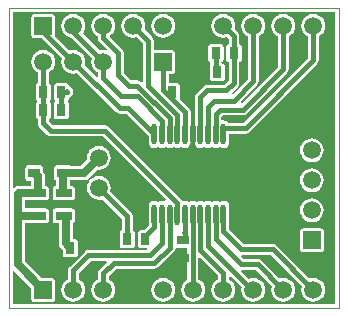
<source format=gtl>
G04 Layer_Physical_Order=1*
G04 Layer_Color=255*
%FSLAX25Y25*%
%MOIN*%
G70*
G01*
G75*
%ADD10R,0.03150X0.03937*%
%ADD11O,0.01772X0.07087*%
%ADD12R,0.05512X0.02756*%
%ADD13R,0.03937X0.03150*%
%ADD14C,0.02756*%
%ADD15C,0.01575*%
%ADD16C,0.00394*%
%ADD17C,0.05905*%
%ADD18R,0.05905X0.05905*%
%ADD19R,0.05905X0.05905*%
%ADD20C,0.01968*%
G36*
X108780Y1220D02*
X1220D01*
Y12144D01*
X1720Y12351D01*
X7528Y6543D01*
Y3047D01*
X7605Y2657D01*
X7826Y2326D01*
X8157Y2105D01*
X8547Y2028D01*
X14453D01*
X14843Y2105D01*
X15174Y2326D01*
X15395Y2657D01*
X15472Y3047D01*
Y8953D01*
X15395Y9343D01*
X15174Y9674D01*
X14843Y9895D01*
X14453Y9972D01*
X10956D01*
X5424Y15504D01*
Y28335D01*
X9669D01*
X9805Y28362D01*
X12425D01*
X12815Y28440D01*
X13146Y28661D01*
X13367Y28992D01*
X13445Y29382D01*
Y32138D01*
X13367Y32528D01*
X13146Y32859D01*
X12815Y33080D01*
X12425Y33157D01*
X9805D01*
X9669Y33184D01*
X5424D01*
Y35816D01*
X9669D01*
X9805Y35843D01*
X12425D01*
X12815Y35920D01*
X13146Y36141D01*
X13367Y36472D01*
X13445Y36862D01*
Y39618D01*
X13367Y40008D01*
X13146Y40339D01*
X12815Y40560D01*
X12425Y40638D01*
X12094D01*
Y43799D01*
X11909Y44727D01*
X11488Y45357D01*
Y46543D01*
X11411Y46933D01*
X11190Y47264D01*
X10859Y47485D01*
X10469Y47563D01*
X6532D01*
X6141Y47485D01*
X5810Y47264D01*
X5590Y46933D01*
X5512Y46543D01*
Y43394D01*
X5590Y43003D01*
X5810Y42673D01*
X6141Y42452D01*
X6532Y42374D01*
X7245D01*
Y40665D01*
X3240D01*
X2312Y40480D01*
X1720Y40085D01*
X1220Y40329D01*
Y98780D01*
X108780D01*
Y1220D01*
D02*
G37*
%LPC*%
G36*
X30000Y43987D02*
X28968Y43851D01*
X28007Y43453D01*
X27181Y42819D01*
X26547Y41993D01*
X26149Y41032D01*
X26013Y40000D01*
X26149Y38968D01*
X26547Y38007D01*
X27181Y37181D01*
X28007Y36547D01*
X28968Y36149D01*
X30000Y36013D01*
X31032Y36149D01*
X31203Y36220D01*
X37646Y29777D01*
Y25939D01*
X37503Y25910D01*
X37173Y25690D01*
X36952Y25359D01*
X36874Y24969D01*
Y21032D01*
X36952Y20641D01*
X37173Y20311D01*
X37503Y20089D01*
X37894Y20012D01*
X41043D01*
X41434Y20089D01*
X41764Y20311D01*
X41985Y20641D01*
X42063Y21032D01*
Y24969D01*
X41985Y25359D01*
X41764Y25690D01*
X41434Y25910D01*
X41291Y25939D01*
Y30531D01*
X41291Y30531D01*
X41152Y31229D01*
X40757Y31820D01*
X40757Y31820D01*
X33780Y38797D01*
X33851Y38968D01*
X33987Y40000D01*
X33851Y41032D01*
X33453Y41993D01*
X32819Y42819D01*
X31993Y43453D01*
X31032Y43851D01*
X30000Y43987D01*
D02*
G37*
G36*
X101000Y36487D02*
X99968Y36351D01*
X99007Y35953D01*
X98181Y35319D01*
X97547Y34493D01*
X97149Y33532D01*
X97013Y32500D01*
X97149Y31468D01*
X97547Y30507D01*
X98181Y29681D01*
X99007Y29047D01*
X99968Y28649D01*
X101000Y28513D01*
X102032Y28649D01*
X102993Y29047D01*
X103819Y29681D01*
X104453Y30507D01*
X104851Y31468D01*
X104987Y32500D01*
X104851Y33532D01*
X104453Y34493D01*
X103819Y35319D01*
X102993Y35953D01*
X102032Y36351D01*
X101000Y36487D01*
D02*
G37*
G36*
X11500Y85987D02*
X10468Y85851D01*
X9507Y85453D01*
X8681Y84819D01*
X8047Y83993D01*
X7649Y83032D01*
X7513Y82000D01*
X7649Y80968D01*
X8047Y80007D01*
X8681Y79181D01*
X9507Y78547D01*
X9646Y78490D01*
Y74939D01*
X9504Y74910D01*
X9173Y74690D01*
X8952Y74359D01*
X8874Y73968D01*
Y70031D01*
X8952Y69641D01*
X9173Y69310D01*
X9219Y69280D01*
X9236Y68689D01*
X9015Y68359D01*
X8937Y67968D01*
Y64031D01*
X9015Y63641D01*
X9236Y63310D01*
X9567Y63090D01*
X9646Y63074D01*
Y61532D01*
X9646Y61532D01*
X9785Y60834D01*
X10180Y60243D01*
X12711Y57711D01*
X12711Y57711D01*
X13303Y57316D01*
X14000Y57178D01*
X14000Y57178D01*
X31245D01*
X52294Y36129D01*
X52201Y35540D01*
X51961Y35427D01*
X51779Y35548D01*
X51043Y35694D01*
X50308Y35548D01*
X49764Y35185D01*
X49220Y35548D01*
X48484Y35694D01*
X47748Y35548D01*
X47125Y35131D01*
X46708Y34508D01*
X46562Y33772D01*
Y28457D01*
X46662Y27952D01*
Y27708D01*
X44942Y25988D01*
X43957D01*
X43567Y25910D01*
X43236Y25690D01*
X43015Y25359D01*
X42937Y24969D01*
Y21032D01*
X43015Y20641D01*
X43236Y20311D01*
X43567Y20089D01*
X43957Y20012D01*
X45943D01*
X46191Y19512D01*
X46047Y19322D01*
X26500D01*
X26500Y19322D01*
X25803Y19184D01*
X25211Y18789D01*
X25211Y18789D01*
X20211Y13789D01*
X19816Y13197D01*
X19678Y12500D01*
X19678Y12500D01*
Y9524D01*
X19507Y9453D01*
X18681Y8819D01*
X18047Y7993D01*
X17649Y7032D01*
X17513Y6000D01*
X17649Y4968D01*
X18047Y4007D01*
X18681Y3181D01*
X19507Y2547D01*
X20468Y2149D01*
X21500Y2013D01*
X22532Y2149D01*
X23493Y2547D01*
X24319Y3181D01*
X24953Y4007D01*
X25351Y4968D01*
X25487Y6000D01*
X25351Y7032D01*
X24953Y7993D01*
X24319Y8819D01*
X23493Y9453D01*
X23322Y9524D01*
Y11745D01*
X27255Y15678D01*
X32447D01*
X32638Y15216D01*
X30211Y12789D01*
X29816Y12197D01*
X29678Y11500D01*
X29678Y11500D01*
Y9524D01*
X29507Y9453D01*
X28681Y8819D01*
X28047Y7993D01*
X27649Y7032D01*
X27513Y6000D01*
X27649Y4968D01*
X28047Y4007D01*
X28681Y3181D01*
X29507Y2547D01*
X30468Y2149D01*
X31500Y2013D01*
X32532Y2149D01*
X33493Y2547D01*
X34319Y3181D01*
X34953Y4007D01*
X35351Y4968D01*
X35487Y6000D01*
X35351Y7032D01*
X34953Y7993D01*
X34319Y8819D01*
X33493Y9453D01*
X33322Y9524D01*
Y10745D01*
X35680Y13103D01*
X48425D01*
X48425Y13103D01*
X49123Y13241D01*
X49714Y13636D01*
X54907Y18829D01*
X55302Y19421D01*
X55340Y19614D01*
X55641Y20015D01*
X56032Y19937D01*
X59457D01*
Y9415D01*
X58681Y8819D01*
X58047Y7993D01*
X57649Y7032D01*
X57513Y6000D01*
X57649Y4968D01*
X58047Y4007D01*
X58681Y3181D01*
X59507Y2547D01*
X60468Y2149D01*
X61500Y2013D01*
X62532Y2149D01*
X63493Y2547D01*
X64319Y3181D01*
X64953Y4007D01*
X65351Y4968D01*
X65487Y6000D01*
X65351Y7032D01*
X64953Y7993D01*
X64319Y8819D01*
X63493Y9453D01*
X63102Y9615D01*
Y16668D01*
X63564Y16859D01*
X69678Y10745D01*
Y9524D01*
X69507Y9453D01*
X68681Y8819D01*
X68047Y7993D01*
X67649Y7032D01*
X67513Y6000D01*
X67649Y4968D01*
X68047Y4007D01*
X68681Y3181D01*
X69507Y2547D01*
X70468Y2149D01*
X71500Y2013D01*
X72532Y2149D01*
X73493Y2547D01*
X74319Y3181D01*
X74953Y4007D01*
X75351Y4968D01*
X75487Y6000D01*
X75351Y7032D01*
X74953Y7993D01*
X74319Y8819D01*
X73493Y9453D01*
X73322Y9524D01*
Y10447D01*
X73784Y10638D01*
X77619Y6804D01*
X77513Y6000D01*
X77649Y4968D01*
X78047Y4007D01*
X78681Y3181D01*
X79507Y2547D01*
X80468Y2149D01*
X81500Y2013D01*
X82532Y2149D01*
X83493Y2547D01*
X84319Y3181D01*
X84953Y4007D01*
X85351Y4968D01*
X85487Y6000D01*
X85351Y7032D01*
X84953Y7993D01*
X84319Y8819D01*
X83493Y9453D01*
X82532Y9851D01*
X81500Y9987D01*
X80468Y9851D01*
X79944Y9634D01*
X77387Y12190D01*
X77441Y12421D01*
X77607Y12678D01*
X82245D01*
X87720Y7203D01*
X87649Y7032D01*
X87513Y6000D01*
X87649Y4968D01*
X88047Y4007D01*
X88681Y3181D01*
X89507Y2547D01*
X90468Y2149D01*
X91500Y2013D01*
X92532Y2149D01*
X93493Y2547D01*
X94319Y3181D01*
X94953Y4007D01*
X95351Y4968D01*
X95487Y6000D01*
X95351Y7032D01*
X94953Y7993D01*
X94319Y8819D01*
X93493Y9453D01*
X92532Y9851D01*
X91500Y9987D01*
X90468Y9851D01*
X90297Y9780D01*
X84289Y15789D01*
X83697Y16184D01*
X83000Y16322D01*
X83000Y16322D01*
X78255D01*
X77387Y17190D01*
X77441Y17421D01*
X77607Y17678D01*
X87245D01*
X97720Y7203D01*
X97649Y7032D01*
X97513Y6000D01*
X97649Y4968D01*
X98047Y4007D01*
X98681Y3181D01*
X99507Y2547D01*
X100468Y2149D01*
X101500Y2013D01*
X102532Y2149D01*
X103493Y2547D01*
X104319Y3181D01*
X104953Y4007D01*
X105351Y4968D01*
X105487Y6000D01*
X105351Y7032D01*
X104953Y7993D01*
X104319Y8819D01*
X103493Y9453D01*
X102532Y9851D01*
X101500Y9987D01*
X100468Y9851D01*
X100297Y9780D01*
X89289Y20789D01*
X88697Y21184D01*
X88000Y21322D01*
X88000Y21322D01*
X78255D01*
X73338Y26239D01*
Y27952D01*
X73439Y28457D01*
Y33772D01*
X73292Y34508D01*
X72875Y35131D01*
X72252Y35548D01*
X71516Y35694D01*
X70780Y35548D01*
X70236Y35185D01*
X69692Y35548D01*
X68957Y35694D01*
X68221Y35548D01*
X67677Y35185D01*
X67133Y35548D01*
X66398Y35694D01*
X65662Y35548D01*
X65118Y35185D01*
X64574Y35548D01*
X63839Y35694D01*
X63103Y35548D01*
X62559Y35185D01*
X62015Y35548D01*
X61279Y35694D01*
X60544Y35548D01*
X60000Y35185D01*
X59456Y35548D01*
X58720Y35694D01*
X57985Y35548D01*
X57605Y35896D01*
X57450Y36127D01*
X57450Y36127D01*
X33289Y60289D01*
X32697Y60684D01*
X32000Y60822D01*
X32000Y60822D01*
X14755D01*
X13291Y62286D01*
Y63049D01*
X13497Y63090D01*
X13827Y63310D01*
X14048Y63641D01*
X14126Y64031D01*
Y67968D01*
X14048Y68359D01*
X13827Y68690D01*
X13781Y68720D01*
X13764Y69311D01*
X13985Y69641D01*
X14063Y70031D01*
Y73968D01*
X13985Y74359D01*
X13764Y74690D01*
X13433Y74910D01*
X13291Y74939D01*
Y78463D01*
X13493Y78547D01*
X14319Y79181D01*
X14953Y80007D01*
X15351Y80968D01*
X15487Y82000D01*
X15351Y83032D01*
X14953Y83993D01*
X14319Y84819D01*
X13493Y85453D01*
X12532Y85851D01*
X11500Y85987D01*
D02*
G37*
G36*
X51500Y9987D02*
X50468Y9851D01*
X49507Y9453D01*
X48681Y8819D01*
X48047Y7993D01*
X47649Y7032D01*
X47513Y6000D01*
X47649Y4968D01*
X48047Y4007D01*
X48681Y3181D01*
X49507Y2547D01*
X50468Y2149D01*
X51500Y2013D01*
X52532Y2149D01*
X53493Y2547D01*
X54319Y3181D01*
X54953Y4007D01*
X55351Y4968D01*
X55487Y6000D01*
X55351Y7032D01*
X54953Y7993D01*
X54319Y8819D01*
X53493Y9453D01*
X52532Y9851D01*
X51500Y9987D01*
D02*
G37*
G36*
X21087Y33157D02*
X15575D01*
X15185Y33080D01*
X14854Y32859D01*
X14633Y32528D01*
X14555Y32138D01*
Y29382D01*
X14633Y28992D01*
X14854Y28661D01*
X15185Y28440D01*
X15575Y28362D01*
X16607D01*
Y21469D01*
X16792Y20541D01*
X17317Y19754D01*
X17894Y19177D01*
Y18043D01*
X17971Y17653D01*
X18192Y17323D01*
X18523Y17101D01*
X18913Y17024D01*
X22063D01*
X22453Y17101D01*
X22784Y17323D01*
X23005Y17653D01*
X23083Y18043D01*
Y21980D01*
X23005Y22371D01*
X22784Y22701D01*
X22453Y22922D01*
X22063Y23000D01*
X21456D01*
Y28436D01*
X21477Y28440D01*
X21808Y28661D01*
X22029Y28992D01*
X22106Y29382D01*
Y32138D01*
X22029Y32528D01*
X21808Y32859D01*
X21477Y33080D01*
X21087Y33157D01*
D02*
G37*
G36*
X103953Y26472D02*
X98047D01*
X97657Y26395D01*
X97326Y26174D01*
X97105Y25843D01*
X97028Y25453D01*
Y19547D01*
X97105Y19157D01*
X97326Y18826D01*
X97657Y18605D01*
X98047Y18528D01*
X103953D01*
X104343Y18605D01*
X104674Y18826D01*
X104895Y19157D01*
X104972Y19547D01*
Y25453D01*
X104895Y25843D01*
X104674Y26174D01*
X104343Y26395D01*
X103953Y26472D01*
D02*
G37*
G36*
X101000Y46487D02*
X99968Y46351D01*
X99007Y45953D01*
X98181Y45319D01*
X97547Y44493D01*
X97149Y43532D01*
X97013Y42500D01*
X97149Y41468D01*
X97547Y40507D01*
X98181Y39681D01*
X99007Y39047D01*
X99968Y38649D01*
X101000Y38513D01*
X102032Y38649D01*
X102993Y39047D01*
X103819Y39681D01*
X104453Y40507D01*
X104851Y41468D01*
X104987Y42500D01*
X104851Y43532D01*
X104453Y44493D01*
X103819Y45319D01*
X102993Y45953D01*
X102032Y46351D01*
X101000Y46487D01*
D02*
G37*
G36*
X41500Y97987D02*
X40468Y97851D01*
X39507Y97453D01*
X38681Y96819D01*
X38047Y95993D01*
X37649Y95032D01*
X37513Y94000D01*
X37649Y92968D01*
X38047Y92007D01*
X38681Y91181D01*
X39507Y90547D01*
X40468Y90149D01*
X41500Y90013D01*
X42532Y90149D01*
X42703Y90220D01*
X44678Y88245D01*
Y75412D01*
X44216Y75220D01*
X44147Y75289D01*
X43556Y75684D01*
X42859Y75822D01*
X42859Y75822D01*
X40755D01*
X38322Y78255D01*
Y85000D01*
X38184Y85697D01*
X37789Y86289D01*
X37789Y86289D01*
X33782Y90295D01*
X33815Y90794D01*
X34319Y91181D01*
X34953Y92007D01*
X35351Y92968D01*
X35487Y94000D01*
X35351Y95032D01*
X34953Y95993D01*
X34319Y96819D01*
X33493Y97453D01*
X32532Y97851D01*
X31500Y97987D01*
X30468Y97851D01*
X29507Y97453D01*
X28681Y96819D01*
X28047Y95993D01*
X27649Y95032D01*
X27513Y94000D01*
X27649Y92968D01*
X28047Y92007D01*
X28681Y91181D01*
X29507Y90547D01*
X29678Y90476D01*
Y90000D01*
X29678Y90000D01*
X29816Y89303D01*
X30211Y88711D01*
X32573Y86350D01*
X32339Y85876D01*
X31500Y85987D01*
X30468Y85851D01*
X30297Y85780D01*
X24570Y91508D01*
X24953Y92007D01*
X25351Y92968D01*
X25487Y94000D01*
X25351Y95032D01*
X24953Y95993D01*
X24319Y96819D01*
X23493Y97453D01*
X22532Y97851D01*
X21500Y97987D01*
X20468Y97851D01*
X19507Y97453D01*
X18681Y96819D01*
X18047Y95993D01*
X17649Y95032D01*
X17513Y94000D01*
X17649Y92968D01*
X18047Y92007D01*
X18681Y91181D01*
X19507Y90547D01*
X20468Y90149D01*
X20820Y90103D01*
X27720Y83203D01*
X27649Y83032D01*
X27513Y82000D01*
X27649Y80968D01*
X28047Y80007D01*
X28681Y79181D01*
X29507Y78547D01*
X29678Y78476D01*
Y77107D01*
X29178Y76900D01*
X25280Y80797D01*
X25351Y80968D01*
X25487Y82000D01*
X25351Y83032D01*
X24953Y83993D01*
X24319Y84819D01*
X23493Y85453D01*
X22532Y85851D01*
X21500Y85987D01*
X20468Y85851D01*
X20297Y85780D01*
X15399Y90678D01*
X15472Y91047D01*
Y96953D01*
X15395Y97343D01*
X15174Y97674D01*
X14843Y97895D01*
X14453Y97972D01*
X8547D01*
X8157Y97895D01*
X7826Y97674D01*
X7605Y97343D01*
X7528Y96953D01*
Y91047D01*
X7605Y90657D01*
X7826Y90326D01*
X8157Y90105D01*
X8547Y90028D01*
X10895D01*
X17720Y83203D01*
X17649Y83032D01*
X17513Y82000D01*
X17649Y80968D01*
X18047Y80007D01*
X18681Y79181D01*
X19507Y78547D01*
X20468Y78149D01*
X21500Y78013D01*
X22532Y78149D01*
X22703Y78220D01*
X35711Y65211D01*
X36303Y64816D01*
X37000Y64678D01*
X37000Y64678D01*
X39115D01*
X46562Y57231D01*
Y55228D01*
X46708Y54492D01*
X47125Y53869D01*
X47748Y53452D01*
X48484Y53306D01*
X49220Y53452D01*
X49764Y53815D01*
X50308Y53452D01*
X51043Y53306D01*
X51779Y53452D01*
X52323Y53815D01*
X52867Y53452D01*
X53602Y53306D01*
X54338Y53452D01*
X54882Y53815D01*
X55426Y53452D01*
X56161Y53306D01*
X56897Y53452D01*
X57441Y53815D01*
X57985Y53452D01*
X58720Y53306D01*
X59456Y53452D01*
X60080Y53869D01*
X60497Y54492D01*
X60643Y55228D01*
Y60543D01*
X60543Y61048D01*
Y65280D01*
X60543Y65280D01*
X60404Y65977D01*
X60009Y66568D01*
X60009Y66568D01*
X56966Y69612D01*
X56985Y69641D01*
X57063Y70031D01*
Y73968D01*
X56985Y74359D01*
X56764Y74690D01*
X56433Y74910D01*
X56043Y74988D01*
X53322D01*
Y78028D01*
X54453D01*
X54843Y78105D01*
X55174Y78326D01*
X55395Y78657D01*
X55472Y79047D01*
Y84953D01*
X55395Y85343D01*
X55174Y85674D01*
X54843Y85895D01*
X54453Y85972D01*
X48547D01*
X48322Y86157D01*
Y89000D01*
X48322Y89000D01*
X48184Y89697D01*
X47789Y90289D01*
X47789Y90289D01*
X45280Y92797D01*
X45351Y92968D01*
X45487Y94000D01*
X45351Y95032D01*
X44953Y95993D01*
X44319Y96819D01*
X43493Y97453D01*
X42532Y97851D01*
X41500Y97987D01*
D02*
G37*
G36*
X70543Y87988D02*
X67394D01*
X67004Y87910D01*
X66673Y87690D01*
X66452Y87359D01*
X66374Y86968D01*
Y83031D01*
X66452Y82641D01*
X66673Y82310D01*
X67004Y82090D01*
X67146Y82061D01*
Y81055D01*
X67015Y80859D01*
X66937Y80468D01*
Y76531D01*
X67015Y76141D01*
X67236Y75810D01*
X67567Y75590D01*
X67957Y75512D01*
X71106D01*
X71496Y75590D01*
X71827Y75810D01*
X72048Y76141D01*
X72126Y76531D01*
Y80468D01*
X72048Y80859D01*
X71827Y81190D01*
X71496Y81410D01*
X71106Y81488D01*
X70791D01*
Y82061D01*
X70934Y82090D01*
X71264Y82310D01*
X71485Y82641D01*
X71563Y83031D01*
Y86968D01*
X71485Y87359D01*
X71264Y87690D01*
X70934Y87910D01*
X70543Y87988D01*
D02*
G37*
G36*
X51500Y97987D02*
X50468Y97851D01*
X49507Y97453D01*
X48681Y96819D01*
X48047Y95993D01*
X47649Y95032D01*
X47513Y94000D01*
X47649Y92968D01*
X48047Y92007D01*
X48681Y91181D01*
X49507Y90547D01*
X50468Y90149D01*
X51500Y90013D01*
X52532Y90149D01*
X53493Y90547D01*
X54319Y91181D01*
X54953Y92007D01*
X55351Y92968D01*
X55487Y94000D01*
X55351Y95032D01*
X54953Y95993D01*
X54319Y96819D01*
X53493Y97453D01*
X52532Y97851D01*
X51500Y97987D01*
D02*
G37*
G36*
X101500D02*
X100468Y97851D01*
X99507Y97453D01*
X98681Y96819D01*
X98047Y95993D01*
X97649Y95032D01*
X97513Y94000D01*
X97649Y92968D01*
X98047Y92007D01*
X98681Y91181D01*
X99507Y90547D01*
X99678Y90476D01*
Y83255D01*
X78131Y61708D01*
X73005D01*
X72875Y61903D01*
X72252Y62320D01*
X71516Y62466D01*
X71279Y62419D01*
X70779Y62829D01*
Y63701D01*
X70786Y63736D01*
X71227Y64178D01*
X78000D01*
X78000Y64178D01*
X78697Y64316D01*
X79289Y64711D01*
X92789Y78211D01*
X92789Y78211D01*
X93184Y78803D01*
X93322Y79500D01*
Y90476D01*
X93493Y90547D01*
X94319Y91181D01*
X94953Y92007D01*
X95351Y92968D01*
X95487Y94000D01*
X95351Y95032D01*
X94953Y95993D01*
X94319Y96819D01*
X93493Y97453D01*
X92532Y97851D01*
X91500Y97987D01*
X90468Y97851D01*
X89507Y97453D01*
X88681Y96819D01*
X88047Y95993D01*
X87649Y95032D01*
X87513Y94000D01*
X87649Y92968D01*
X88047Y92007D01*
X88681Y91181D01*
X89507Y90547D01*
X89678Y90476D01*
Y80255D01*
X77492Y68069D01*
X77377Y68092D01*
X77212Y68635D01*
X82789Y74211D01*
X82789Y74211D01*
X83184Y74803D01*
X83322Y75500D01*
Y90476D01*
X83493Y90547D01*
X84319Y91181D01*
X84953Y92007D01*
X85351Y92968D01*
X85487Y94000D01*
X85351Y95032D01*
X84953Y95993D01*
X84319Y96819D01*
X83493Y97453D01*
X82532Y97851D01*
X81500Y97987D01*
X80468Y97851D01*
X79507Y97453D01*
X78681Y96819D01*
X78047Y95993D01*
X77649Y95032D01*
X77513Y94000D01*
X77649Y92968D01*
X78047Y92007D01*
X78681Y91181D01*
X79507Y90547D01*
X79678Y90476D01*
Y76255D01*
X74501Y71078D01*
X74390Y71105D01*
X74235Y71658D01*
X76320Y73743D01*
X76320Y73743D01*
X76715Y74334D01*
X76854Y75032D01*
X76854Y75032D01*
Y82061D01*
X76996Y82090D01*
X77327Y82310D01*
X77548Y82641D01*
X77626Y83031D01*
Y86968D01*
X77548Y87359D01*
X77327Y87690D01*
X76996Y87910D01*
X76854Y87939D01*
Y90469D01*
X76854Y90469D01*
X76715Y91166D01*
X76320Y91757D01*
X76320Y91757D01*
X75280Y92797D01*
X75351Y92968D01*
X75487Y94000D01*
X75351Y95032D01*
X74953Y95993D01*
X74319Y96819D01*
X73493Y97453D01*
X72532Y97851D01*
X71500Y97987D01*
X70468Y97851D01*
X69507Y97453D01*
X68681Y96819D01*
X68047Y95993D01*
X67649Y95032D01*
X67513Y94000D01*
X67649Y92968D01*
X68047Y92007D01*
X68681Y91181D01*
X69507Y90547D01*
X70468Y90149D01*
X71500Y90013D01*
X72532Y90149D01*
X72703Y90220D01*
X73209Y89714D01*
Y87939D01*
X73067Y87910D01*
X72736Y87690D01*
X72515Y87359D01*
X72437Y86968D01*
Y83031D01*
X72515Y82641D01*
X72736Y82310D01*
X73067Y82090D01*
X73209Y82061D01*
Y75786D01*
X71745Y74322D01*
X66000D01*
X66000Y74322D01*
X65303Y74184D01*
X64711Y73789D01*
X62550Y71627D01*
X62155Y71036D01*
X62016Y70339D01*
X62016Y70338D01*
Y61048D01*
X61916Y60543D01*
Y55228D01*
X62062Y54492D01*
X62479Y53869D01*
X63103Y53452D01*
X63839Y53306D01*
X64574Y53452D01*
X65118Y53815D01*
X65662Y53452D01*
X66398Y53306D01*
X67133Y53452D01*
X67677Y53815D01*
X68221Y53452D01*
X68957Y53306D01*
X69692Y53452D01*
X70236Y53815D01*
X70780Y53452D01*
X71516Y53306D01*
X72252Y53452D01*
X72875Y53869D01*
X73292Y54492D01*
X73439Y55228D01*
Y58063D01*
X78886D01*
X78886Y58063D01*
X79583Y58202D01*
X80174Y58597D01*
X102789Y81211D01*
X103184Y81803D01*
X103322Y82500D01*
X103322Y82500D01*
Y90476D01*
X103493Y90547D01*
X104319Y91181D01*
X104953Y92007D01*
X105351Y92968D01*
X105487Y94000D01*
X105351Y95032D01*
X104953Y95993D01*
X104319Y96819D01*
X103493Y97453D01*
X102532Y97851D01*
X101500Y97987D01*
D02*
G37*
G36*
X30000Y53987D02*
X28968Y53851D01*
X28007Y53453D01*
X27181Y52819D01*
X26547Y51993D01*
X26149Y51032D01*
X26013Y50000D01*
X26078Y49507D01*
X23964Y47393D01*
X20497D01*
X20359Y47485D01*
X19969Y47563D01*
X16032D01*
X15641Y47485D01*
X15311Y47264D01*
X15089Y46933D01*
X15012Y46543D01*
Y43394D01*
X15089Y43003D01*
X15311Y42673D01*
X15575Y42496D01*
Y40638D01*
X15575D01*
X15185Y40560D01*
X14854Y40339D01*
X14633Y40008D01*
X14555Y39618D01*
Y36862D01*
X14633Y36472D01*
X14854Y36141D01*
X15185Y35920D01*
X15575Y35843D01*
X21087D01*
X21477Y35920D01*
X21808Y36141D01*
X22029Y36472D01*
X22106Y36862D01*
Y39618D01*
X22029Y40008D01*
X21808Y40339D01*
X21477Y40560D01*
X21087Y40638D01*
X20425D01*
Y42496D01*
X20497Y42544D01*
X24969D01*
X25896Y42728D01*
X26683Y43254D01*
X29507Y46078D01*
X30000Y46013D01*
X31032Y46149D01*
X31993Y46547D01*
X32819Y47181D01*
X33453Y48007D01*
X33851Y48968D01*
X33987Y50000D01*
X33851Y51032D01*
X33453Y51993D01*
X32819Y52819D01*
X31993Y53453D01*
X31032Y53851D01*
X30000Y53987D01*
D02*
G37*
G36*
X101000Y56487D02*
X99968Y56351D01*
X99007Y55953D01*
X98181Y55319D01*
X97547Y54493D01*
X97149Y53532D01*
X97013Y52500D01*
X97149Y51468D01*
X97547Y50507D01*
X98181Y49681D01*
X99007Y49047D01*
X99968Y48649D01*
X101000Y48513D01*
X102032Y48649D01*
X102993Y49047D01*
X103819Y49681D01*
X104453Y50507D01*
X104851Y51468D01*
X104987Y52500D01*
X104851Y53532D01*
X104453Y54493D01*
X103819Y55319D01*
X102993Y55953D01*
X102032Y56351D01*
X101000Y56487D01*
D02*
G37*
G36*
X19106Y74988D02*
X15957D01*
X15566Y74910D01*
X15236Y74690D01*
X15015Y74359D01*
X14937Y73968D01*
Y70031D01*
X15015Y69641D01*
X15236Y69311D01*
X15219Y68720D01*
X15173Y68690D01*
X14952Y68359D01*
X14874Y67968D01*
Y64031D01*
X14952Y63641D01*
X15173Y63310D01*
X15504Y63090D01*
X15894Y63012D01*
X19043D01*
X19433Y63090D01*
X19764Y63310D01*
X19985Y63641D01*
X20063Y64031D01*
Y67968D01*
X19985Y68359D01*
X19764Y68689D01*
X19781Y69280D01*
X19827Y69310D01*
X20048Y69641D01*
X20126Y70031D01*
Y70101D01*
X20274Y70131D01*
X20931Y70569D01*
X21369Y71226D01*
X21523Y72000D01*
X21369Y72774D01*
X20931Y73431D01*
X20274Y73869D01*
X20126Y73899D01*
Y73968D01*
X20048Y74359D01*
X19827Y74690D01*
X19497Y74910D01*
X19106Y74988D01*
D02*
G37*
%LPD*%
D10*
X11468Y72000D02*
D03*
X17531D02*
D03*
X17469Y66000D02*
D03*
X23531D02*
D03*
X39469Y23000D02*
D03*
X45531D02*
D03*
X20488Y20012D02*
D03*
X14425D02*
D03*
X75032Y85000D02*
D03*
X68968D02*
D03*
X69532Y78500D02*
D03*
X63468D02*
D03*
X54469Y72000D02*
D03*
X60532D02*
D03*
X11531Y66000D02*
D03*
X5469D02*
D03*
D11*
X48484Y31114D02*
D03*
X51043Y31114D02*
D03*
X53602Y31114D02*
D03*
X56161D02*
D03*
X58720D02*
D03*
X61279D02*
D03*
X63839D02*
D03*
X66398Y31114D02*
D03*
X68957D02*
D03*
X71516Y31114D02*
D03*
X48484Y57886D02*
D03*
X51043D02*
D03*
X53602D02*
D03*
X56161D02*
D03*
X58720D02*
D03*
X61279D02*
D03*
X63839D02*
D03*
X66398D02*
D03*
X68957D02*
D03*
X71516D02*
D03*
D12*
X9669Y38240D02*
D03*
Y34500D02*
D03*
Y30760D02*
D03*
X18331D02*
D03*
Y38240D02*
D03*
D13*
X8500Y44969D02*
D03*
Y51032D02*
D03*
X18000Y44969D02*
D03*
Y51032D02*
D03*
X58000Y22532D02*
D03*
Y16468D02*
D03*
D14*
X3000Y14500D02*
X11500Y6000D01*
X3240Y38240D02*
X9669D01*
X3260Y30760D02*
X9669D01*
X3000Y14500D02*
Y38000D01*
X9669Y38240D02*
Y43799D01*
X8500Y44969D02*
X9669Y43799D01*
X19031Y21469D02*
Y30059D01*
X18000Y38571D02*
Y44969D01*
X24969D01*
X30000Y50000D01*
X19031Y21469D02*
X20488Y20012D01*
D15*
X48484Y26953D02*
Y33114D01*
X45531Y24000D02*
X48484Y26953D01*
X39469Y24000D02*
Y30531D01*
X30000Y40000D02*
X39469Y30531D01*
X68968Y78063D02*
Y84000D01*
X75032D02*
Y90469D01*
X71500Y94000D02*
X75032Y90469D01*
X63839Y70339D02*
X66000Y72500D01*
X72500D01*
X75032Y75032D01*
Y84000D01*
X63839Y59886D02*
Y70339D01*
X66398Y59886D02*
Y66898D01*
X68500Y69000D01*
X75000D01*
X81500Y75500D01*
Y94000D01*
X71516Y59886D02*
X78886D01*
X101500Y82500D01*
Y94000D01*
X91500Y79500D02*
Y94000D01*
X78000Y66000D02*
X91500Y79500D01*
X70472Y66000D02*
X78000D01*
X68972Y64500D02*
X70472Y66000D01*
X68972Y63780D02*
Y64500D01*
X68957Y59886D02*
Y63765D01*
X58720Y59886D02*
Y65280D01*
X51500Y72500D02*
Y82000D01*
X56161Y59886D02*
Y64339D01*
X46500Y74000D02*
X56161Y64339D01*
X46500Y74000D02*
Y89000D01*
X41500Y94000D02*
X46500Y89000D01*
X31500Y90000D02*
Y94000D01*
Y90000D02*
X36500Y85000D01*
Y77500D02*
Y85000D01*
Y77500D02*
X40000Y74000D01*
X42859D01*
X53602Y57886D02*
Y63256D01*
X42859Y74000D02*
X53602Y63256D01*
X51043Y57886D02*
Y62457D01*
X43000Y70500D02*
X51043Y62457D01*
X37500Y70500D02*
X43000D01*
X31500Y76500D02*
X37500Y70500D01*
X31500Y76500D02*
Y82000D01*
X21500Y92000D02*
X31500Y82000D01*
X39870Y66500D02*
X48484Y57886D01*
X11500Y92000D02*
X21500Y82000D01*
X11500Y92000D02*
Y94000D01*
X21500Y82000D02*
X37000Y66500D01*
X39870D01*
X51043Y21543D02*
Y31114D01*
X47000Y17500D02*
X51043Y21543D01*
X26500Y17500D02*
X47000D01*
X21500Y12500D02*
X26500Y17500D01*
X21500Y6000D02*
Y12500D01*
X31500Y6000D02*
Y11500D01*
X34925Y14925D01*
X48425D01*
X53618Y20118D01*
X53602Y26016D02*
Y31114D01*
X53618Y20118D02*
Y26016D01*
X61279Y6221D02*
Y31114D01*
X63839Y19161D02*
Y31114D01*
Y19161D02*
X71500Y11500D01*
Y6000D02*
Y11500D01*
X66398Y20602D02*
Y31114D01*
Y20602D02*
X81000Y6000D01*
X68957Y23043D02*
Y31114D01*
Y23043D02*
X77500Y14500D01*
X83000D01*
X91500Y6000D01*
X71516Y25484D02*
Y31114D01*
Y25484D02*
X77500Y19500D01*
X88000D01*
X101500Y6000D01*
X58720Y23252D02*
Y25000D01*
Y31114D01*
X51500Y72500D02*
X58720Y65280D01*
X17531Y72000D02*
X19500D01*
X11468D02*
Y81968D01*
X56161Y31114D02*
Y34839D01*
X32000Y59000D02*
X56161Y34839D01*
X14000Y59000D02*
X32000D01*
X11468Y61532D02*
Y72000D01*
Y61532D02*
X14000Y59000D01*
X17531Y66063D02*
Y72000D01*
D16*
X0Y0D02*
Y100000D01*
X110000D01*
Y0D02*
Y100000D01*
X0Y0D02*
X110000D01*
D17*
X30000Y50000D02*
D03*
Y40000D02*
D03*
X41500Y82000D02*
D03*
X31500D02*
D03*
X21500D02*
D03*
X11500D02*
D03*
X101000Y72500D02*
D03*
Y62500D02*
D03*
Y52500D02*
D03*
Y42500D02*
D03*
Y32500D02*
D03*
X31500Y94000D02*
D03*
X101500D02*
D03*
X91500D02*
D03*
X81500D02*
D03*
X71500D02*
D03*
X61500D02*
D03*
X51500D02*
D03*
X41500D02*
D03*
X21500D02*
D03*
X31500Y6000D02*
D03*
X101500D02*
D03*
X91500D02*
D03*
X81500D02*
D03*
X71500D02*
D03*
X61500D02*
D03*
X51500D02*
D03*
X41500D02*
D03*
X21500D02*
D03*
D18*
X30000Y30000D02*
D03*
X101000Y22500D02*
D03*
D19*
X51500Y82000D02*
D03*
X11500Y94000D02*
D03*
Y6000D02*
D03*
D20*
X7000Y34500D02*
D03*
X58720Y25000D02*
D03*
X19500Y72000D02*
D03*
X5000Y68000D02*
D03*
X24000D02*
D03*
X62500Y74500D02*
D03*
X56500Y14500D02*
D03*
X12000Y25000D02*
D03*
X16000Y51000D02*
D03*
X6500D02*
D03*
X4980Y86850D02*
D03*
X34508Y27795D02*
D03*
X64035Y47480D02*
D03*
Y86850D02*
D03*
X83720Y47480D02*
D03*
X93563Y67165D02*
D03*
X40500Y40000D02*
D03*
X17000Y77000D02*
D03*
M02*

</source>
